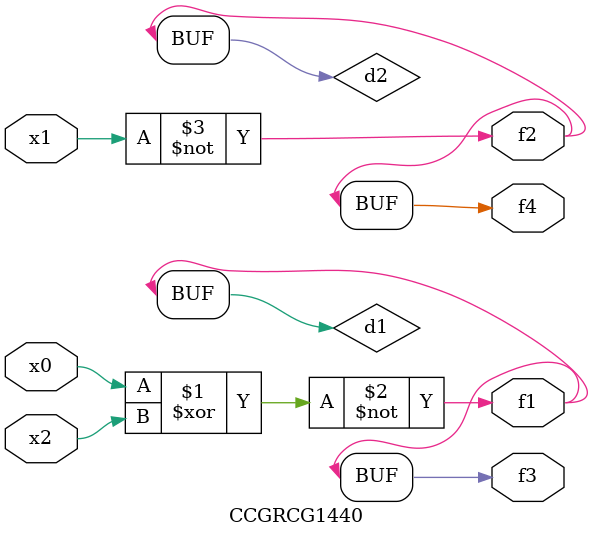
<source format=v>
module CCGRCG1440(
	input x0, x1, x2,
	output f1, f2, f3, f4
);

	wire d1, d2, d3;

	xnor (d1, x0, x2);
	nand (d2, x1);
	nor (d3, x1, x2);
	assign f1 = d1;
	assign f2 = d2;
	assign f3 = d1;
	assign f4 = d2;
endmodule

</source>
